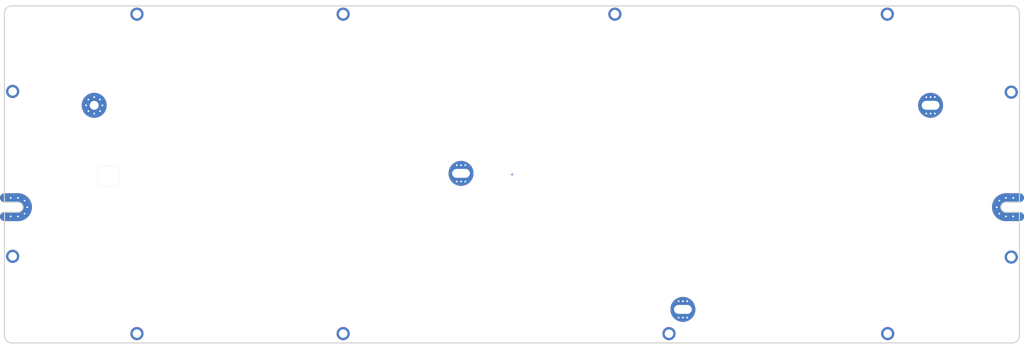
<source format=kicad_pcb>
(kicad_pcb (version 20171130) (host pcbnew "(5.1.5)-3")

  (general
    (thickness 1.6)
    (drawings 8)
    (tracks 1)
    (zones 0)
    (modules 1)
    (nets 2)
  )

  (page A4)
  (layers
    (0 F.Cu signal)
    (31 B.Cu signal)
    (32 B.Adhes user)
    (33 F.Adhes user)
    (34 B.Paste user)
    (35 F.Paste user)
    (36 B.SilkS user)
    (37 F.SilkS user)
    (38 B.Mask user)
    (39 F.Mask user)
    (40 Dwgs.User user)
    (41 Cmts.User user)
    (42 Eco1.User user)
    (43 Eco2.User user)
    (44 Edge.Cuts user)
    (45 Margin user)
    (46 B.CrtYd user)
    (47 F.CrtYd user)
    (48 B.Fab user)
    (49 F.Fab user)
  )

  (setup
    (last_trace_width 0.3)
    (trace_clearance 0.1524)
    (zone_clearance 0.508)
    (zone_45_only no)
    (trace_min 0.1524)
    (via_size 0.508)
    (via_drill 0.2032)
    (via_min_size 0.4)
    (via_min_drill 0.2032)
    (uvia_size 0.508)
    (uvia_drill 0.2032)
    (uvias_allowed no)
    (uvia_min_size 0.2)
    (uvia_min_drill 0.2032)
    (edge_width 0.05)
    (segment_width 0.2)
    (pcb_text_width 0.3)
    (pcb_text_size 1.5 1.5)
    (mod_edge_width 0.12)
    (mod_text_size 1 1)
    (mod_text_width 0.15)
    (pad_size 1.7 1.7)
    (pad_drill 1)
    (pad_to_mask_clearance 0.051)
    (solder_mask_min_width 0.25)
    (aux_axis_origin 0 0)
    (visible_elements 7FFFF7FF)
    (pcbplotparams
      (layerselection 0x010fc_ffffffff)
      (usegerberextensions false)
      (usegerberattributes false)
      (usegerberadvancedattributes false)
      (creategerberjobfile false)
      (excludeedgelayer true)
      (linewidth 0.100000)
      (plotframeref false)
      (viasonmask false)
      (mode 1)
      (useauxorigin false)
      (hpglpennumber 1)
      (hpglpenspeed 20)
      (hpglpendiameter 15.000000)
      (psnegative false)
      (psa4output false)
      (plotreference true)
      (plotvalue true)
      (plotinvisibletext false)
      (padsonsilk false)
      (subtractmaskfromsilk false)
      (outputformat 1)
      (mirror false)
      (drillshape 0)
      (scaleselection 1)
      (outputdirectory "./backplate_gerbers"))
  )

  (net 0 "")
  (net 1 GND)

  (net_class Default "This is the default net class."
    (clearance 0.1524)
    (trace_width 0.3)
    (via_dia 0.508)
    (via_drill 0.2032)
    (uvia_dia 0.508)
    (uvia_drill 0.2032)
  )

  (net_class Power ""
    (clearance 0.1524)
    (trace_width 0.5)
    (via_dia 0.7112)
    (via_drill 0.2032)
    (uvia_dia 0.7112)
    (uvia_drill 0.2032)
  )

  (module amtra5_outline:60_Outline-Modded-Type-C (layer F.Cu) (tedit 5ED2B8B7) (tstamp 5EC85EF9)
    (at 158.228 62.292)
    (path /5EDC289F)
    (fp_text reference H1 (at -139 50.5) (layer Edge.Cuts) hide
      (effects (font (size 1 1) (thickness 0.15)))
    )
    (fp_text value KeyboardOutline (at -139 49) (layer F.Fab) hide
      (effects (font (size 1 1) (thickness 0.15)))
    )
    (fp_line (start -140.5 47.3) (end 140.5 47.3) (layer Edge.Cuts) (width 0.3))
    (fp_line (start 140.5 -47.3) (end -118.3 -47.3) (layer Edge.Cuts) (width 0.3))
    (fp_arc (start -140.5 -45.3) (end -142.5 -45.3) (angle 90) (layer Edge.Cuts) (width 0.3))
    (fp_arc (start -140.5 45.3) (end -140.5 47.3) (angle 90) (layer Edge.Cuts) (width 0.3))
    (fp_arc (start 140.5 45.3) (end 142.5 45.3) (angle 90) (layer Edge.Cuts) (width 0.3))
    (fp_arc (start 140.5 -45.3) (end 140.5 -47.3) (angle 90) (layer Edge.Cuts) (width 0.3))
    (fp_line (start -142.5 45.3) (end -142.5 10.6) (layer Edge.Cuts) (width 0.3))
    (fp_line (start -142.5 10.6) (end -138.7 10.6) (layer Edge.Cuts) (width 0.3))
    (fp_arc (start -138.7 9.2) (end -138.7 7.8) (angle 90) (layer Edge.Cuts) (width 0.3))
    (fp_line (start -138.7 7.8) (end -142.5 7.8) (layer Edge.Cuts) (width 0.3))
    (fp_line (start -142.5 7.8) (end -142.5 -45.3) (layer Edge.Cuts) (width 0.3))
    (fp_arc (start 138.7 9.2) (end 138.7 7.8) (angle -90) (layer Edge.Cuts) (width 0.3))
    (fp_arc (start 138.7 9.2) (end 137.3 9.2) (angle -90) (layer Edge.Cuts) (width 0.3))
    (fp_line (start 142.5 10.6) (end 142.5 45.3) (layer Edge.Cuts) (width 0.3))
    (fp_line (start 142.5 7.8) (end 142.5 -45.3) (layer Edge.Cuts) (width 0.3))
    (fp_line (start 138.7 10.6) (end 142.5 10.6) (layer Edge.Cuts) (width 0.3))
    (fp_line (start 138.7 7.8) (end 142.5 7.8) (layer Edge.Cuts) (width 0.3))
    (fp_line (start -142.5 6.54905) (end -138.7 6.54905) (layer F.Cu) (width 2.5019))
    (fp_line (start -142.5 6.54905) (end -138.7 6.54905) (layer B.Cu) (width 2.5019))
    (fp_arc (start -138.7 9.2) (end -137.3 9.2) (angle 90) (layer Edge.Cuts) (width 0.3))
    (fp_arc (start -138.7 9.2) (end -136.04905 9.2) (angle 90) (layer F.Cu) (width 2.5019))
    (fp_arc (start -138.7 9.2) (end -138.7 6.54905) (angle 90) (layer F.Cu) (width 2.5019))
    (fp_line (start -142.5 11.85095) (end -138.7 11.85095) (layer B.Cu) (width 2.5019))
    (fp_line (start -142.5 11.85095) (end -138.7 11.85095) (layer F.Cu) (width 2.5019))
    (fp_arc (start -138.7 9.2) (end -136.04905 9.2) (angle 90) (layer B.Cu) (width 2.5019))
    (fp_arc (start -138.7 9.2) (end -138.7 6.54905) (angle 90) (layer B.Cu) (width 2.5019))
    (fp_arc (start 138.7 9.2) (end 138.7 6.54905) (angle -90) (layer B.Cu) (width 2.5019))
    (fp_arc (start 138.7 9.2) (end 136.04905 9.2) (angle -90) (layer B.Cu) (width 2.5019))
    (fp_line (start 138.7 11.85095) (end 142.55 11.85095) (layer F.Cu) (width 2.5019))
    (fp_line (start 138.7 6.54905) (end 142.5 6.54905) (layer B.Cu) (width 2.5019))
    (fp_arc (start 138.7 9.2) (end 138.7 6.54905) (angle -90) (layer F.Cu) (width 2.5019))
    (fp_arc (start 138.7 9.2) (end 136.04905 9.2) (angle -90) (layer F.Cu) (width 2.5019))
    (fp_line (start 138.7 6.54905) (end 142.5 6.54905) (layer F.Cu) (width 2.5019))
    (fp_line (start 138.7 11.85095) (end 142.55 11.85095) (layer B.Cu) (width 2.5019))
    (fp_line (start -142.5 11.85095) (end -138.7 11.85095) (layer F.Mask) (width 2.5019))
    (fp_line (start -142.5 11.85095) (end -138.7 11.85095) (layer B.Mask) (width 2.5019))
    (fp_arc (start -138.7 9.2) (end -136.04905 9.2) (angle 90) (layer B.Mask) (width 2.5019))
    (fp_arc (start -138.7 9.2) (end -136.04905 9.2) (angle 90) (layer F.Mask) (width 2.5019))
    (fp_arc (start -138.7 9.2) (end -138.7 6.54905) (angle 90) (layer F.Mask) (width 2.5019))
    (fp_arc (start -138.7 9.2) (end -138.7 6.54905) (angle 90) (layer B.Mask) (width 2.5019))
    (fp_line (start -142.5 6.54905) (end -138.7 6.54905) (layer F.Mask) (width 2.5019))
    (fp_line (start -142.5 6.54905) (end -138.7 6.54905) (layer B.Mask) (width 2.5019))
    (fp_line (start 138.7 11.85095) (end 142.55 11.85095) (layer B.Mask) (width 2.5019))
    (fp_line (start 138.7 11.85095) (end 142.55 11.85095) (layer F.Mask) (width 2.5019))
    (fp_arc (start 138.7 9.2) (end 136.04905 9.2) (angle -90) (layer F.Mask) (width 2.5019))
    (fp_arc (start 138.7 9.2) (end 136.04905 9.2) (angle -90) (layer B.Mask) (width 2.5019))
    (fp_arc (start 138.7 9.2) (end 138.7 6.54905) (angle -90) (layer F.Mask) (width 2.5019))
    (fp_arc (start 138.7 9.2) (end 138.7 6.54905) (angle -90) (layer B.Mask) (width 2.5019))
    (fp_line (start 138.7 6.54905) (end 142.5 6.54905) (layer B.Mask) (width 2.5019))
    (fp_line (start 138.7 6.54905) (end 142.5 6.54905) (layer F.Mask) (width 2.5019))
    (fp_line (start -140.5 -47.3) (end -118.3 -47.3) (layer Edge.Cuts) (width 0.3))
    (fp_line (start -124.3 -48.9) (end -124.3 -45.75) (layer Dwgs.User) (width 0.15))
    (pad 1 thru_hole circle (at 136.861522 11.038478) (size 1 1) (drill 0.5) (layers *.Cu *.Mask))
    (pad 1 thru_hole circle (at 138.7 11.8) (size 1 1) (drill 0.5) (layers *.Cu *.Mask))
    (pad 1 thru_hole circle (at 140.742035 11.8) (size 1 1) (drill 0.5) (layers *.Cu *.Mask))
    (pad 1 thru_hole circle (at 140.742035 6.6) (size 1 1) (drill 0.5) (layers *.Cu *.Mask))
    (pad 1 thru_hole circle (at 138.7 6.6) (size 1 1) (drill 0.5) (layers *.Cu *.Mask))
    (pad 1 thru_hole circle (at 136.861522 7.361522) (size 1 1) (drill 0.5) (layers *.Cu *.Mask))
    (pad 1 thru_hole circle (at 136.1 9.2) (size 1 1) (drill 0.5) (layers *.Cu *.Mask))
    (pad 1 thru_hole circle (at -140.742035 11.8) (size 1 1) (drill 0.5) (layers *.Cu *.Mask))
    (pad 1 thru_hole circle (at -140.742035 6.6) (size 1 1) (drill 0.5) (layers *.Cu *.Mask))
    (pad 1 thru_hole circle (at -136.861522 11.038478) (size 1 1) (drill 0.5) (layers *.Cu *.Mask))
    (pad 1 thru_hole circle (at -136.861522 7.361522) (size 1 1) (drill 0.5) (layers *.Cu *.Mask))
    (pad 1 thru_hole circle (at -138.7 11.8) (size 1 1) (drill 0.5) (layers *.Cu *.Mask))
    (pad 1 thru_hole circle (at -138.7 6.6) (size 1 1) (drill 0.5) (layers *.Cu *.Mask))
    (pad 1 thru_hole circle (at -136.1 9.2) (size 1 1) (drill 0.5) (layers *.Cu *.Mask))
    (pad 1 thru_hole circle (at -13.1 2) (size 1 1) (drill 0.5) (layers *.Cu *.Mask))
    (pad 1 thru_hole circle (at -15.5 2) (size 1 1) (drill 0.5) (layers *.Cu *.Mask))
    (pad 1 thru_hole circle (at -14.3 2) (size 1 1) (drill 0.5) (layers *.Cu *.Mask))
    (pad 1 thru_hole circle (at -15.5 -2.6) (size 1 1) (drill 0.5) (layers *.Cu *.Mask))
    (pad 1 thru_hole circle (at -13.1 -2.6) (size 1 1) (drill 0.5) (layers *.Cu *.Mask))
    (pad 1 thru_hole circle (at -14.3 -2.6) (size 1 1) (drill 0.5) (layers *.Cu *.Mask))
    (pad 1 thru_hole circle (at 49.2 40.2) (size 1 1) (drill 0.5) (layers *.Cu *.Mask))
    (pad 1 thru_hole circle (at 46.8 40.2) (size 1 1) (drill 0.5) (layers *.Cu *.Mask))
    (pad 1 thru_hole circle (at 46.8 35.6) (size 1 1) (drill 0.5) (layers *.Cu *.Mask))
    (pad 1 thru_hole circle (at 49.2 35.6) (size 1 1) (drill 0.5) (layers *.Cu *.Mask))
    (pad 1 thru_hole circle (at 48 40.2) (size 1 1) (drill 0.5) (layers *.Cu *.Mask))
    (pad 1 thru_hole circle (at 48 35.6) (size 1 1) (drill 0.5) (layers *.Cu *.Mask))
    (pad 1 thru_hole circle (at 118.75 -21.717) (size 1 1) (drill 0.5) (layers *.Cu *.Mask))
    (pad 1 thru_hole circle (at 116.35 -21.7) (size 1 1) (drill 0.5) (layers *.Cu *.Mask))
    (pad 1 thru_hole circle (at 116.35 -17.1) (size 1 1) (drill 0.5) (layers *.Cu *.Mask))
    (pad 1 thru_hole circle (at 118.75 -17.1) (size 1 1) (drill 0.5) (layers *.Cu *.Mask))
    (pad 1 thru_hole circle (at 117.55 -17.1) (size 1 1) (drill 0.5) (layers *.Cu *.Mask))
    (pad 1 thru_hole circle (at 117.55 -21.7) (size 1 1) (drill 0.5) (layers *.Cu *.Mask))
    (pad 1 thru_hole circle (at -115.673654 -17.773654) (size 1 1) (drill 0.5) (layers *.Cu *.Mask))
    (pad 1 thru_hole circle (at -118.926346 -17.773654) (size 1 1) (drill 0.5) (layers *.Cu *.Mask))
    (pad 1 thru_hole circle (at -115.673654 -21.026346) (size 1 1) (drill 0.5) (layers *.Cu *.Mask))
    (pad 1 thru_hole circle (at -118.926346 -21.026346) (size 1 1) (drill 0.5) (layers *.Cu *.Mask))
    (pad 1 thru_hole circle (at -117.3 -17.1) (size 1 1) (drill 0.5) (layers *.Cu *.Mask))
    (pad 1 thru_hole circle (at -115 -19.4) (size 1 1) (drill 0.5) (layers *.Cu *.Mask))
    (pad 1 thru_hole circle (at -119.6 -19.4) (size 1 1) (drill 0.5) (layers *.Cu *.Mask))
    (pad 1 thru_hole circle (at -117.3 -21.7) (size 1 1) (drill 0.5) (layers *.Cu *.Mask))
    (pad 1 thru_hole circle (at 117.55 -19.4) (size 7.00024 7.00024) (drill oval 5.00126 2.49936) (layers *.Cu *.Mask))
    (pad 1 thru_hole circle (at 48 37.9) (size 7.00024 7.00024) (drill oval 5.00126 2.49936) (layers *.Cu *.Mask))
    (pad 1 thru_hole circle (at -14.3 -0.3) (size 7.00024 7.00024) (drill oval 5.00126 2.49936) (layers *.Cu *.Mask))
    (pad 1 thru_hole circle (at -117.3 -19.4) (size 7.0013 7.0013) (drill 2.4994) (layers *.Cu *.Mask))
    (pad 2 thru_hole circle (at -140.2 23) (size 3.7 3.7) (drill 2.4) (layers *.Cu *.Mask))
    (pad 2 thru_hole circle (at -140.2 -23.3) (size 3.7 3.7) (drill 2.4) (layers *.Cu *.Mask))
    (pad 2 thru_hole circle (at 140.2 23.2) (size 3.7 3.7) (drill 2.4) (layers *.Cu *.Mask))
    (pad 2 thru_hole circle (at 140.2 -23.1) (size 3.7 3.7) (drill 2.4) (layers *.Cu *.Mask))
    (pad 2 thru_hole circle (at -105.3 -45) (size 3.7 3.7) (drill 2.4) (layers *.Cu *.Mask))
    (pad 2 thru_hole circle (at 105.4 -45) (size 3.7 3.7) (drill 2.4) (layers *.Cu *.Mask))
    (pad 2 thru_hole circle (at -47.4 -45) (size 3.7 3.7) (drill 2.4) (layers *.Cu *.Mask))
    (pad 2 thru_hole circle (at 28.9 -45) (size 3.7 3.7) (drill 2.4) (layers *.Cu *.Mask))
    (pad 2 thru_hole circle (at 44.092 44.708) (size 3.7 3.7) (drill 2.4) (layers *.Cu *.Mask))
    (pad 2 thru_hole circle (at -47.4 44.7) (size 3.7 3.7) (drill 2.4) (layers *.Cu *.Mask))
    (pad 2 thru_hole circle (at 105.5 44.7) (size 3.7 3.7) (drill 2.4) (layers *.Cu *.Mask))
    (pad 2 thru_hole circle (at -105.3 44.7) (size 3.7 3.7) (drill 2.4) (layers *.Cu *.Mask))
  )

  (gr_arc (start 46.86 64.691502) (end 46.86 65.69) (angle -90) (layer Edge.Cuts) (width 0.05) (tstamp 5ED2D318))
  (gr_arc (start 42.868498 64.69) (end 41.87 64.69) (angle -90) (layer Edge.Cuts) (width 0.05) (tstamp 5ED2D2FD))
  (gr_arc (start 46.86 60.858498) (end 47.858498 60.858498) (angle -90) (layer Edge.Cuts) (width 0.05) (tstamp 5ED2D2FD))
  (gr_arc (start 42.868498 60.86) (end 42.868498 59.861502) (angle -90) (layer Edge.Cuts) (width 0.05))
  (gr_line (start 41.87 64.69) (end 41.87 60.86) (layer Edge.Cuts) (width 0.05) (tstamp 5ED2D208))
  (gr_line (start 46.86 65.69) (end 42.868498 65.688498) (layer Edge.Cuts) (width 0.05))
  (gr_line (start 47.858498 60.858498) (end 47.858498 64.691502) (layer Edge.Cuts) (width 0.05))
  (gr_line (start 42.868498 59.861502) (end 46.86 59.86) (layer Edge.Cuts) (width 0.05))

  (via (at 158.3 62.3) (size 0.508) (drill 0.2032) (layers F.Cu B.Cu) (net 0))

  (zone (net 1) (net_name GND) (layer B.Cu) (tstamp 5ED2D5CC) (hatch edge 0.508)
    (connect_pads (clearance 0.508))
    (min_thickness 0.254)
    (fill yes (arc_segments 32) (thermal_gap 0.508) (thermal_bridge_width 0.508))
    (polygon
      (pts
        (xy 301.1 109.92) (xy 15.35 109.91) (xy 15.36 14.67) (xy 15.37 14.67) (xy 301.1 14.66)
      )
    )
  )
  (zone (net 1) (net_name GND) (layer F.Cu) (tstamp 5ED2D5C9) (hatch edge 0.508)
    (connect_pads (clearance 0.508))
    (min_thickness 0.254)
    (fill yes (arc_segments 32) (thermal_gap 0.508) (thermal_bridge_width 0.508))
    (polygon
      (pts
        (xy 301.1 109.92) (xy 15.36 109.92) (xy 15.35 14.67) (xy 301.1 14.67)
      )
    )
  )
)

</source>
